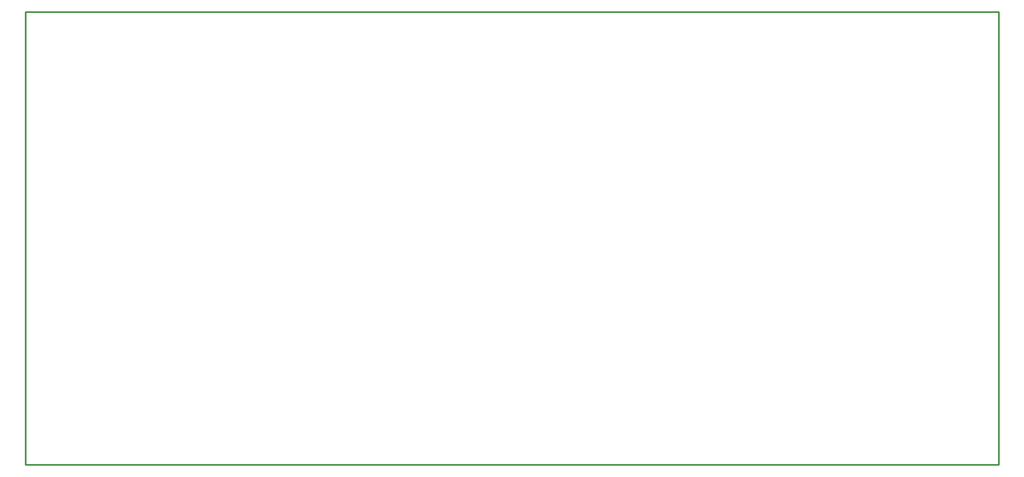
<source format=gko>
G04 Layer_Color=16711935*
%FSLAX44Y44*%
%MOMM*%
G71*
G01*
G75*
%ADD58C,0.2540*%
D58*
X-0Y0D02*
X1460000D01*
Y680000D01*
X-0D02*
X1460000D01*
X-0Y0D02*
Y680000D01*
M02*

</source>
